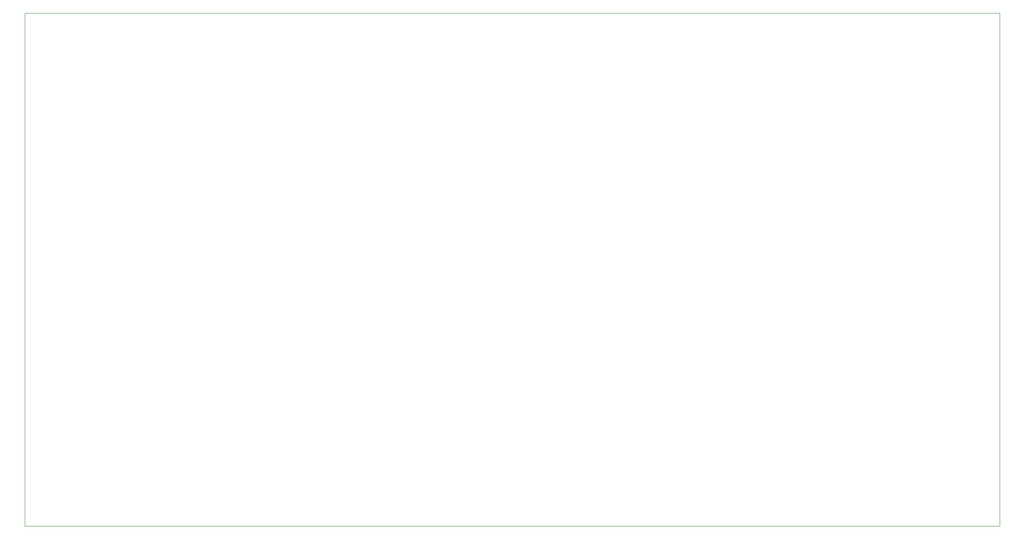
<source format=gm1>
%TF.GenerationSoftware,KiCad,Pcbnew,6.0.0-rc2-1.20211220git160328a.fc35*%
%TF.CreationDate,2022-01-02T14:26:25+00:00*%
%TF.ProjectId,Keypad_6x11,4b657970-6164-45f3-9678-31312e6b6963,rev?*%
%TF.SameCoordinates,Original*%
%TF.FileFunction,Profile,NP*%
%FSLAX46Y46*%
G04 Gerber Fmt 4.6, Leading zero omitted, Abs format (unit mm)*
G04 Created by KiCad (PCBNEW 6.0.0-rc2-1.20211220git160328a.fc35) date 2022-01-02 14:26:25*
%MOMM*%
%LPD*%
G01*
G04 APERTURE LIST*
%TA.AperFunction,Profile*%
%ADD10C,0.100000*%
%TD*%
G04 APERTURE END LIST*
D10*
X253000000Y-130000000D02*
X63000000Y-130000000D01*
X63000000Y-130000000D02*
X63000000Y-30000000D01*
X253000000Y-30000000D02*
X253000000Y-130000000D01*
X63000000Y-30000000D02*
X253000000Y-30000000D01*
M02*

</source>
